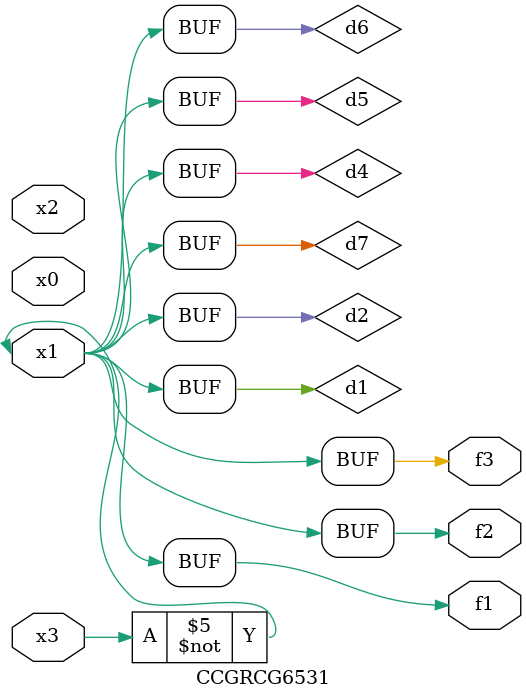
<source format=v>
module CCGRCG6531(
	input x0, x1, x2, x3,
	output f1, f2, f3
);

	wire d1, d2, d3, d4, d5, d6, d7;

	not (d1, x3);
	buf (d2, x1);
	xnor (d3, d1, d2);
	nor (d4, d1);
	buf (d5, d1, d2);
	buf (d6, d4, d5);
	nand (d7, d4);
	assign f1 = d6;
	assign f2 = d7;
	assign f3 = d6;
endmodule

</source>
